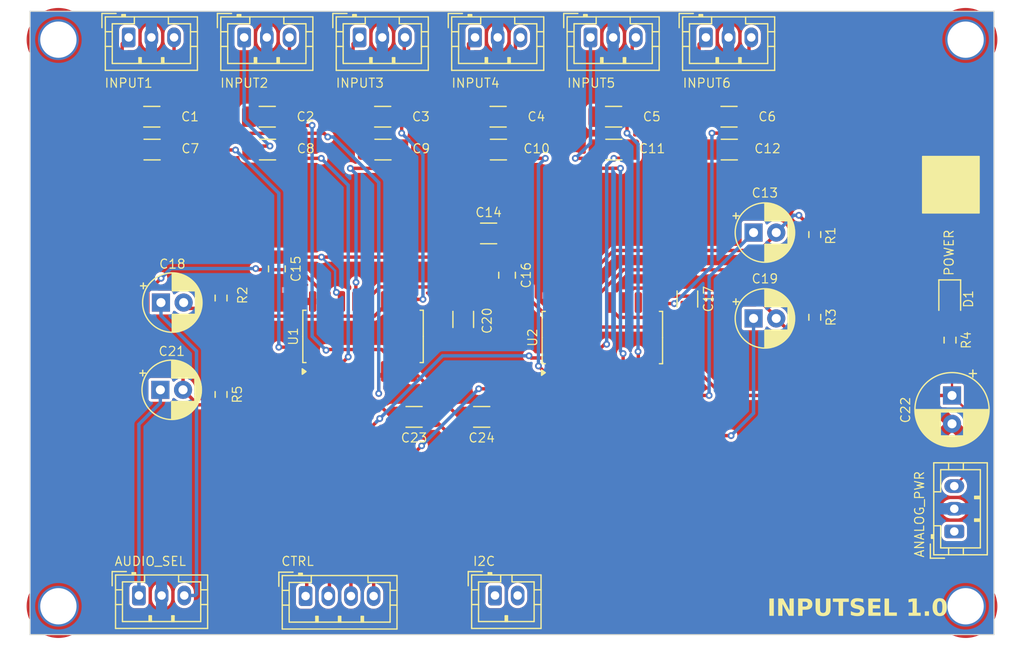
<source format=kicad_pcb>
(kicad_pcb (version 20240108) (generator "pcbnew") (generator_version "8.0")
  (layers (0 "F.Cu" mixed) (31 "B.Cu" mixed) (34 "B.Paste" user) (35 "F.Paste" user) (36 "B.SilkS" user "B.Silkscreen") (37 "F.SilkS" user "F.Silkscreen") (38 "B.Mask" user) (39 "F.Mask" user) (44 "Edge.Cuts" user))
  (net 0 "")
  (net 1 "GND")
  (net 2 "AGND")
  (net 3 "RCA1_L")
  (net 4 "RCA1_R")
  (net 5 "RCA2_L")
  (net 6 "RCA2_R")
  (net 7 "RCA3_L")
  (net 8 "RCA4_L")
  (net 9 "RCA4_R")
  (net 10 "RCA3_R")
  (net 11 "V-")
  (net 12 "V+")
  (net 13 "RCA5_L")
  (net 14 "RCA6_L")
  (net 15 "RCA6_R")
  (net 16 "RCA5_R")
  (net 17 "Net-(U2-IN1L)")
  (net 18 "Net-(U2-IN1R)")
  (net 19 "Net-(U2-IN2L)")
  (net 20 "Net-(U2-IN2R)")
  (net 21 "Net-(U2-IN3L)")
  (net 22 "Net-(U2-IN3R)")
  (net 23 "SDA")
  (net 24 "SCL")
  (net 25 "CTRL2")
  (net 26 "CTRL1")
  (net 27 "OUT_R")
  (net 28 "OUT_L")
  (net 29 "EXPAND_L")
  (net 30 "EXPAND_R")
  (net 31 "Net-(U2-VREF)")
  (net 32 "CTRL3")
  (net 33 "CTRL4")
  (net 34 "Net-(U2-OUTL)")
  (net 35 "Net-(U2-OUTR)")
  (net 36 "Net-(U1-IN1R)")
  (net 37 "Net-(U1-IN2R)")
  (net 38 "Net-(U1-IN3R)")
  (net 39 "Net-(U1-IN1L)")
  (net 40 "Net-(U1-IN2L)")
  (net 41 "Net-(U1-IN3L)")
  (net 42 "Net-(U1-VREF)")
  (net 43 "Net-(U1-OUTR)")
  (net 44 "Net-(C24-Pad2)")
  (net 45 "Net-(C23-Pad2)")
  (net 46 "Net-(U1-OUTL)")
  (net 47 "Net-(D1-A)")
  (footprint "Capacitor_THT:CP_Radial_D5.0mm_P2.00mm" (layer "F.Cu") (at 97.9813 86.865)
    (property "Reference" "C18" (at 1.0078 -3.4 0) (layer "F.SilkS") (effects (font (size 0.8 0.8) (thickness 0.1))))
    (property "Value" "4.7u 35V Nichicon Muse")
    (pad "1" thru_hole rect (at 0 0) (size 1.6 1.6) (drill 0.8) (layers "*.Cu" "*.Mask") (net 27 "OUT_R"))
    (pad "2" thru_hole circle (at 2 0) (size 1.6 1.6) (drill 0.8) (layers "*.Cu" "*.Mask") (net 43 "Net-(U1-OUTR)"))
  )
  (footprint "Resistor_SMD:R_0603_1608Metric_Pad0.98x0.95mm_HandSolder" (layer "F.Cu") (at 103.2813 86.465 -90)
    (property "Reference" "R2" (at -0.247349 -1.9 90) (layer "F.SilkS") (effects (font (size 0.8 0.8) (thickness 0.1))))
    (property "Value" "100K")
    (pad "1" smd roundrect (at -0.9125 0 270) (size 0.975 0.95) (layers "F.Cu" "F.Paste" "F.Mask") (net 1 "GND"))
    (pad "2" smd roundrect (at 0.9125 0 270) (size 0.975 0.95) (layers "F.Cu" "F.Paste" "F.Mask") (net 43 "Net-(U1-OUTR)"))
  )
  (footprint "MountingHole:MountingHole_3.2mm_M3_DIN965_Pad_TopOnly" (layer "F.Cu") (at 168.9364 113.665)
    (property "Reference" "H4" (hide yes))
    (property "Value" "MountingHole")
    (pad "1" thru_hole circle (at 0 0) (size 3.6 3.6) (drill 3.2) (layers "*.Cu" "*.Mask"))
    (pad "1" connect circle (at 0 0) (size 5.6 5.6) (layers "F.Cu" "F.Mask"))
  )
  (footprint "Capacitor_SMD:C_1206_3216Metric_Pad1.33x1.80mm_HandSolder" (layer "F.Cu") (at 144.4014 86.5525 -90)
    (property "Reference" "C17" (at 0 -1.85 90) (layer "F.SilkS") (effects (font (size 0.8 0.8) (thickness 0.1))))
    (property "Value" "10U")
    (pad "1" smd roundrect (at -1.5625 0 270) (size 1.325 1.8) (layers "F.Cu" "F.Paste" "F.Mask") (roundrect_rratio 0.188679) (net 1 "GND"))
    (pad "2" smd roundrect (at 1.5625 0 270) (size 1.325 1.8) (layers "F.Cu" "F.Paste" "F.Mask") (roundrect_rratio 0.188679) (net 31 "Net-(U2-VREF)"))
  )
  (footprint "Capacitor_SMD:C_0805_2012Metric_Pad1.18x1.45mm_HandSolder" (layer "F.Cu") (at 108.2014 83.89 -90)
    (property "Reference" "C15" (at 0 -1.68 90) (layer "F.SilkS") (effects (font (size 0.8 0.8) (thickness 0.1))))
    (property "Value" "0.1u")
    (pad "1" smd roundrect (at -1.0375 0 270) (size 1.175 1.45) (layers "F.Cu" "F.Paste" "F.Mask") (roundrect_rratio 0.212766) (net 12 "V+"))
    (pad "2" smd roundrect (at 1.0375 0 270) (size 1.175 1.45) (layers "F.Cu" "F.Paste" "F.Mask") (roundrect_rratio 0.212766) (net 1 "GND"))
  )
  (footprint "Capacitor_SMD:C_1206_3216Metric_Pad1.33x1.80mm_HandSolder" (layer "F.Cu") (at 117.5589 73.365)
    (property "Reference" "C9" (at 3.37 -0.083837 0) (layer "F.SilkS") (effects (font (size 0.8 0.8) (thickness 0.1))))
    (property "Value" "0.1u 50V C0G")
    (pad "1" smd roundrect (at -1.5625 0) (size 1.325 1.8) (layers "F.Cu" "F.Paste" "F.Mask") (roundrect_rratio 0.188679) (net 7 "RCA3_L"))
    (pad "2" smd roundrect (at 1.5625 0) (size 1.325 1.8) (layers "F.Cu" "F.Paste" "F.Mask") (roundrect_rratio 0.188679) (net 41 "Net-(U1-IN3L)"))
  )
  (footprint "Resistor_SMD:R_0603_1608Metric_Pad0.98x0.95mm_HandSolder" (layer "F.Cu") (at 155.6364 80.865 90)
    (property "Reference" "R1" (at -0.1 1.4 90) (layer "F.SilkS") (effects (font (size 0.8 0.8) (thickness 0.1))))
    (property "Value" "100K")
    (pad "1" smd roundrect (at -0.9125 0 90) (size 0.975 0.95) (layers "F.Cu" "F.Paste" "F.Mask") (net 1 "GND"))
    (pad "2" smd roundrect (at 0.9125 0 90) (size 0.975 0.95) (layers "F.Cu" "F.Paste" "F.Mask") (net 34 "Net-(U2-OUTL)"))
  )
  (footprint "Capacitor_SMD:C_1206_3216Metric_Pad1.33x1.80mm_HandSolder" (layer "F.Cu") (at 117.5339 70.465)
    (property "Reference" "C3" (at 3.37 0 0) (layer "F.SilkS") (effects (font (size 0.8 0.8) (thickness 0.1))))
    (property "Value" "0.1u 50V C0G")
    (pad "1" smd roundrect (at -1.5625 0) (size 1.325 1.8) (layers "F.Cu" "F.Paste" "F.Mask") (roundrect_rratio 0.188679) (net 10 "RCA3_R"))
    (pad "2" smd roundrect (at 1.5625 0) (size 1.325 1.8) (layers "F.Cu" "F.Paste" "F.Mask") (roundrect_rratio 0.188679) (net 38 "Net-(U1-IN3R)"))
  )
  (footprint "Connector_JST:JST_PH_B3B-PH-K_1x03_P2.00mm_Vertical" (layer "F.Cu") (at 115.4964 63.465)
    (property "Reference" "J3" (hide yes))
    (property "Value" "Conn_01x03_Pin")
    (pad "1" thru_hole roundrect (at 0 0) (size 1.2 1.75) (drill 0.75) (layers "*.Cu" "*.Mask") (roundrect_rratio 0.2083333333) (net 7 "RCA3_L"))
    (pad "2" thru_hole oval (at 2 0) (size 1.2 1.75) (drill 0.75) (layers "*.Cu" "*.Mask") (net 2 "AGND"))
    (pad "3" thru_hole oval (at 4 0) (size 1.2 1.75) (drill 0.75) (layers "*.Cu" "*.Mask") (net 10 "RCA3_R"))
  )
  (footprint "Capacitor_SMD:C_1206_3216Metric_Pad1.33x1.80mm_HandSolder" (layer "F.Cu") (at 107.3539 70.465)
    (property "Reference" "C2" (at 3.37 0 0) (layer "F.SilkS") (effects (font (size 0.8 0.8) (thickness 0.1))))
    (property "Value" "0.1u 50V C0G")
    (pad "1" smd roundrect (at -1.5625 0) (size 1.325 1.8) (layers "F.Cu" "F.Paste" "F.Mask") (roundrect_rratio 0.188679) (net 6 "RCA2_R"))
    (pad "2" smd roundrect (at 1.5625 0) (size 1.325 1.8) (layers "F.Cu" "F.Paste" "F.Mask") (roundrect_rratio 0.188679) (net 37 "Net-(U1-IN2R)"))
  )
  (footprint "Capacitor_SMD:C_1206_3216Metric_Pad1.33x1.80mm_HandSolder" (layer "F.Cu") (at 148.0989 73.365)
    (property "Reference" "C12" (at 3.37 -0.083837 0) (layer "F.SilkS") (effects (font (size 0.8 0.8) (thickness 0.1))))
    (property "Value" "0.1u 50V C0G")
    (pad "1" smd roundrect (at -1.5625 0) (size 1.325 1.8) (layers "F.Cu" "F.Paste" "F.Mask") (roundrect_rratio 0.188679) (net 14 "RCA6_L"))
    (pad "2" smd roundrect (at 1.5625 0) (size 1.325 1.8) (layers "F.Cu" "F.Paste" "F.Mask") (roundrect_rratio 0.188679) (net 21 "Net-(U2-IN3L)"))
  )
  (footprint "Capacitor_THT:CP_Radial_D5.0mm_P2.00mm" (layer "F.Cu") (at 150.2364 88.265)
    (property "Reference" "C19" (at 1 -3.5 0) (layer "F.SilkS") (effects (font (size 0.8 0.8) (thickness 0.1))))
    (property "Value" "4.7u 35V Nichicon Muse")
    (pad "1" thru_hole rect (at 0 0) (size 1.6 1.6) (drill 0.8) (layers "*.Cu" "*.Mask") (net 30 "EXPAND_R"))
    (pad "2" thru_hole circle (at 2 0) (size 1.6 1.6) (drill 0.8) (layers "*.Cu" "*.Mask") (net 35 "Net-(U2-OUTR)"))
  )
  (footprint "Connector_JST:JST_PH_B3B-PH-K_1x03_P2.00mm_Vertical" (layer "F.Cu") (at 135.8564 63.465)
    (property "Reference" "J5" (hide yes))
    (property "Value" "Conn_01x03_Pin")
    (pad "1" thru_hole roundrect (at 0 0) (size 1.2 1.75) (drill 0.75) (layers "*.Cu" "*.Mask") (roundrect_rratio 0.208333) (net 13 "RCA5_L"))
    (pad "2" thru_hole oval (at 2 0) (size 1.2 1.75) (drill 0.75) (layers "*.Cu" "*.Mask") (net 2 "AGND"))
    (pad "3" thru_hole oval (at 4 0) (size 1.2 1.75) (drill 0.75) (layers "*.Cu" "*.Mask") (net 16 "RCA5_R"))
  )
  (footprint "Capacitor_SMD:C_1206_3216Metric_Pad1.33x1.80mm_HandSolder" (layer "F.Cu") (at 126.8739 80.765)
    (property "Reference" "C14" (at 0 -1.85 0) (layer "F.SilkS") (effects (font (size 0.8 0.8) (thickness 0.1))))
    (property "Value" "10U")
    (pad "1" smd roundrect (at -1.5625 0) (size 1.325 1.8) (layers "F.Cu" "F.Paste" "F.Mask") (roundrect_rratio 0.188679) (net 12 "V+"))
    (pad "2" smd roundrect (at 1.5625 0) (size 1.325 1.8) (layers "F.Cu" "F.Paste" "F.Mask") (roundrect_rratio 0.188679) (net 1 "GND"))
  )
  (footprint "Capacitor_SMD:C_1206_3216Metric_Pad1.33x1.80mm_HandSolder" (layer "F.Cu") (at 97.1989 73.365)
    (property "Reference" "C7" (at 3.37 -0.083837 0) (layer "F.SilkS") (effects (font (size 0.8 0.8) (thickness 0.1))))
    (property "Value" "0.1u 50V C0G")
    (pad "1" smd roundrect (at -1.5625 0) (size 1.325 1.8) (layers "F.Cu" "F.Paste" "F.Mask") (roundrect_rratio 0.188679) (net 3 "RCA1_L"))
    (pad "2" smd roundrect (at 1.5625 0) (size 1.325 1.8) (layers "F.Cu" "F.Paste" "F.Mask") (roundrect_rratio 0.188679) (net 39 "Net-(U1-IN1L)"))
  )
  (footprint "MountingHole:MountingHole_3.2mm_M3_DIN965_Pad_TopOnly" (layer "F.Cu") (at 88.9364 63.665)
    (property "Reference" "H1" (hide yes))
    (property "Value" "MountingHole")
    (pad "1" thru_hole circle (at 0 0) (size 3.6 3.6) (drill 3.2) (layers "*.Cu" "*.Mask"))
    (pad "1" connect circle (at 0 0) (size 5.6 5.6) (layers "F.Cu" "F.Mask"))
  )
  (footprint "Capacitor_SMD:C_1206_3216Metric_Pad1.33x1.80mm_HandSolder" (layer "F.Cu") (at 127.7389 73.365)
    (property "Reference" "C10" (at 3.37 -0.083837 0) (layer "F.SilkS") (effects (font (size 0.8 0.8) (thickness 0.1))))
    (property "Value" "0.1u 50V C0G")
    (pad "1" smd roundrect (at -1.5625 0) (size 1.325 1.8) (layers "F.Cu" "F.Paste" "F.Mask") (roundrect_rratio 0.188679) (net 8 "RCA4_L"))
    (pad "2" smd roundrect (at 1.5625 0) (size 1.325 1.8) (layers "F.Cu" "F.Paste" "F.Mask") (roundrect_rratio 0.188679) (net 17 "Net-(U2-IN1L)"))
  )
  (footprint "Capacitor_SMD:C_1206_3216Metric_Pad1.33x1.80mm_HandSolder" (layer "F.Cu") (at 148.0739 70.465)
    (property "Reference" "C6" (at 3.37 0 0) (layer "F.SilkS") (effects (font (size 0.8 0.8) (thickness 0.1))))
    (property "Value" "0.1u 50V C0G")
    (pad "1" smd roundrect (at -1.5625 0) (size 1.325 1.8) (layers "F.Cu" "F.Paste" "F.Mask") (roundrect_rratio 0.188679) (net 15 "RCA6_R"))
    (pad "2" smd roundrect (at 1.5625 0) (size 1.325 1.8) (layers "F.Cu" "F.Paste" "F.Mask") (roundrect_rratio 0.188679) (net 22 "Net-(U2-IN3R)"))
  )
  (footprint "Connector_JST:JST_PH_B3B-PH-K_1x03_P2.00mm_Vertical" (layer "F.Cu") (at 105.3164 63.465)
    (property "Reference" "J2" (hide yes))
    (property "Value" "Conn_01x03_Pin")
    (pad "1" thru_hole roundrect (at 0 0) (size 1.2 1.75) (drill 0.75) (layers "*.Cu" "*.Mask") (roundrect_rratio 0.2083333333) (net 5 "RCA2_L"))
    (pad "2" thru_hole oval (at 2 0) (size 1.2 1.75) (drill 0.75) (layers "*.Cu" "*.Mask") (net 2 "AGND"))
    (pad "3" thru_hole oval (at 4 0) (size 1.2 1.75) (drill 0.75) (layers "*.Cu" "*.Mask") (net 6 "RCA2_R"))
  )
  (footprint "Connector_JST:JST_PH_B3B-PH-K_1x03_P2.00mm_Vertical" (layer "F.Cu") (at 95.1364 63.465)
    (property "Reference" "J1" (hide yes))
    (property "Value" "Conn_01x03_Pin")
    (pad "1" thru_hole roundrect (at 0 0) (size 1.2 1.75) (drill 0.75) (layers "*.Cu" "*.Mask") (roundrect_rratio 0.2083333333) (net 3 "RCA1_L"))
    (pad "2" thru_hole oval (at 2 0) (size 1.2 1.75) (drill 0.75) (layers "*.Cu" "*.Mask") (net 2 "AGND"))
    (pad "3" thru_hole oval (at 4 0) (size 1.2 1.75) (drill 0.75) (layers "*.Cu" "*.Mask") (net 4 "RCA1_R"))
  )
  (footprint "Capacitor_SMD:C_1206_3216Metric_Pad1.33x1.80mm_HandSolder" (layer "F.Cu") (at 120.3014 96.9525 180)
    (property "Reference" "C23" (at 0 -1.85 0) (layer "F.SilkS") (effects (font (size 0.8 0.8) (thickness 0.1))))
    (property "Value" "0.1u 50V C0G")
    (pad "1" smd roundrect (at -1.5625 0 180) (size 1.325 1.8) (layers "F.Cu" "F.Paste" "F.Mask") (roundrect_rratio 0.188679) (net 29 "EXPAND_L"))
    (pad "2" smd roundrect (at 1.5625 0 180) (size 1.325 1.8) (layers "F.Cu" "F.Paste" "F.Mask") (roundrect_rratio 0.188679) (net 45 "Net-(C23-Pad2)"))
  )
  (footprint "Resistor_SMD:R_0603_1608Metric_Pad0.98x0.95mm_HandSolder" (layer "F.Cu") (at 103.2813 94.9775 -90)
    (property "Reference" "R5" (at 0 -1.43 90) (layer "F.SilkS") (effects (font (size 0.8 0.8) (thickness 0.1))))
    (property "Value" "100K")
    (pad "1" smd roundrect (at -0.9125 0 270) (size 0.975 0.95) (layers "F.Cu" "F.Paste" "F.Mask") (net 1 "GND"))
    (pad "2" smd roundrect (at 0.9125 0 270) (size 0.975 0.95) (layers "F.Cu" "F.Paste" "F.Mask") (net 46 "Net-(U1-OUTL)"))
  )
  (footprint "Connector_JST:JST_PH_B3B-PH-K_1x03_P2.00mm_Vertical" (layer "F.Cu") (at 96.0364 112.715)
    (property "Reference" "J8" (hide yes))
    (property "Value" "Conn_01x03_Pin")
    (pad "1" thru_hole roundrect (at 0 0) (size 1.2 1.75) (drill 0.75) (layers "*.Cu" "*.Mask") (roundrect_rratio 0.208333) (net 28 "OUT_L"))
    (pad "2" thru_hole oval (at 2 0) (size 1.2 1.75) (drill 0.75) (layers "*.Cu" "*.Mask") (net 2 "AGND"))
    (pad "3" thru_hole oval (at 4 0) (size 1.2 1.75) (drill 0.75) (layers "*.Cu" "*.Mask") (net 27 "OUT_R"))
  )
  (footprint "Capacitor_SMD:C_0805_2012Metric_Pad1.18x1.45mm_HandSolder" (layer "F.Cu") (at 128.5014 84.4525 -90)
    (property "Reference" "C16" (at 0 -1.68 90) (layer "F.SilkS") (effects (font (size 0.8 0.8) (thickness 0.1))))
    (property "Value" "0.1u")
    (pad "1" smd roundrect (at -1.0375 0 270) (size 1.175 1.45) (layers "F.Cu" "F.Paste" "F.Mask") (roundrect_rratio 0.212766) (net 12 "V+"))
    (pad "2" smd roundrect (at 1.0375 0 270) (size 1.175 1.45) (layers "F.Cu" "F.Paste" "F.Mask") (roundrect_rratio 0.212766) (net 1 "GND"))
  )
  (footprint "Capacitor_SMD:C_1206_3216Metric_Pad1.33x1.80mm_HandSolder" (layer "F.Cu") (at 137.9189 73.365)
    (property "Reference" "C11" (at 3.37 -0.083837 0) (layer "F.SilkS") (effects (font (size 0.8 0.8) (thickness 0.1))))
    (property "Value" "0.1u 50V C0G")
    (pad "1" smd roundrect (at -1.5625 0) (size 1.325 1.8) (layers "F.Cu" "F.Paste" "F.Mask") (roundrect_rratio 0.188679) (net 13 "RCA5_L"))
    (pad "2" smd roundrect (at 1.5625 0) (size 1.325 1.8) (layers "F.Cu" "F.Paste" "F.Mask") (roundrect_rratio 0.188679) (net 19 "Net-(U2-IN2L)"))
  )
  (footprint "Capacitor_SMD:C_1206_3216Metric_Pad1.33x1.80mm_HandSolder" (layer "F.Cu") (at 127.7139 70.465)
    (property "Reference" "C4" (at 3.37 0 0) (layer "F.SilkS") (effects (font (size 0.8 0.8) (thickness 0.1))))
    (property "Value" "0.1u 50V C0G")
    (pad "1" smd roundrect (at -1.5625 0) (size 1.325 1.8) (layers "F.Cu" "F.Paste" "F.Mask") (roundrect_rratio 0.188679) (net 9 "RCA4_R"))
    (pad "2" smd roundrect (at 1.5625 0) (size 1.325 1.8) (layers "F.Cu" "F.Paste" "F.Mask") (roundrect_rratio 0.188679) (net 18 "Net-(U2-IN1R)"))
  )
  (footprint "Capacitor_SMD:C_1206_3216Metric_Pad1.33x1.80mm_HandSolder" (layer "F.Cu") (at 97.1739 70.465)
    (property "Reference" "C1" (at 3.37 0 0) (layer "F.SilkS") (effects (font (size 0.8 0.8) (thickness 0.1))))
    (property "Value" "0.1u 50V C0G")
    (pad "1" smd roundrect (at -1.5625 0) (size 1.325 1.8) (layers "F.Cu" "F.Paste" "F.Mask") (roundrect_rratio 0.188679) (net 4 "RCA1_R"))
    (pad "2" smd roundrect (at 1.5625 0) (size 1.325 1.8) (layers "F.Cu" "F.Paste" "F.Mask") (roundrect_rratio 0.188679) (net 36 "Net-(U1-IN1R)"))
  )
  (footprint "Resistor_SMD:R_0603_1608Metric_Pad0.98x0.95mm_HandSolder" (layer "F.Cu") (at 155.6364 88.165 -90)
    (property "Reference" "R3" (at 0 -1.43 90) (layer "F.SilkS") (effects (font (size 0.8 0.8) (thickness 0.1))))
    (property "Value" "100K")
    (pad "1" smd roundrect (at -0.9125 0 270) (size 0.975 0.95) (layers "F.Cu" "F.Paste" "F.Mask") (net 1 "GND"))
    (pad "2" smd roundrect (at 0.9125 0 270) (size 0.975 0.95) (layers "F.Cu" "F.Paste" "F.Mask") (net 35 "Net-(U2-OUTR)"))
  )
  (footprint "Capacitor_THT:CP_Radial_D5.0mm_P2.00mm" (layer "F.Cu") (at 150.2364 80.6886)
    (property "Reference" "C13" (at 1 -3.5 0) (layer "F.SilkS") (effects (font (size 0.8 0.8) (thickness 0.1))))
    (property "Value" "4.7u 35V Nichicon Muse")
    (pad "1" thru_hole rect (at 0 0) (size 1.6 1.6) (drill 0.8) (layers "*.Cu" "*.Mask") (net 29 "EXPAND_L"))
    (pad "2" thru_hole circle (at 2 0) (size 1.6 1.6) (drill 0.8) (layers "*.Cu" "*.Mask") (net 34 "Net-(U2-OUTL)"))
  )
  (footprint "Resistor_SMD:R_0603_1608Metric_Pad0.98x0.95mm_HandSolder" (layer "F.Cu") (at 167.5614 90.18 -90)
    (property "Reference" "R4" (at 0 -1.43 90) (layer "F.SilkS") (effects (font (size 0.8 0.8) (thickness 0.1))))
    (property "Value" "75R")
    (pad "1" smd roundrect (at -0.9125 0 270) (size 0.975 0.95) (layers "F.Cu" "F.Paste" "F.Mask") (net 47 "Net-(D1-A)"))
    (pad "2" smd roundrect (at 0.9125 0 270) (size 0.975 0.95) (layers "F.Cu" "F.Paste" "F.Mask") (net 12 "V+"))
  )
  (footprint "Package_SO:SOP-16_4.4x10.4mm_P1.27mm" (layer "F.Cu") (at 136.9014 89.9525 90)
    (property "Reference" "U2" (at 0 -6.15 90) (layer "F.SilkS") (effects (font (size 0.8 0.8) (thickness 0.1))))
    (property "Value" "NJM2750")
    (pad "1" smd roundrect (at -3.0875 -4.445 90) (size 1.825 0.65) (layers "F.Cu" "F.Paste" "F.Mask") (net 17 "Net-(U2-IN1L)"))
    (pad "2" smd roundrect (at -3.0875 -3.175 90) (size 1.825 0.65) (layers "F.Cu" "F.Paste" "F.Mask") (net 32 "CTRL3"))
    (pad "3" smd roundrect (at -3.0875 -1.905 90) (size 1.825 0.65) (layers "F.Cu" "F.Paste" "F.Mask") (net 19 "Net-(U2-IN2L)"))
    (pad "4" smd roundrect (at -3.0875 -0.635 90) (size 1.825 0.65) (layers "F.Cu" "F.Paste" "F.Mask") (net 33 "CTRL4"))
    (pad "5" smd roundrect (at -3.0875 0.635 90) (size 1.825 0.65) (layers "F.Cu" "F.Paste" "F.Mask") (net 1 "GND"))
    (pad "6" smd roundrect (at -3.0875 1.905 90) (size 1.825 0.65) (layers "F.Cu" "F.Paste" "F.Mask") (net 18 "Net-(U2-IN1R)"))
    (pad "7" smd roundrect (at -3.0875 3.175 90) (size 1.825 0.65) (layers "F.Cu" "F.Paste" "F.Mask") (net 20 "Net-(U2-IN2R)"))
    (pad "8" smd roundrect (at -3.0875 4.445 90) (size 1.825 0.65) (layers "F.Cu" "F.Paste" "F.Mask") (net 1 "GND"))
    (pad "9" smd roundrect (at 3.0875 4.445 90) (size 1.825 0.65) (layers "F.Cu" "F.Paste" "F.Mask") (net 22 "Net-(U2-IN3R)"))
    (pad "10" smd roundrect (at 3.0875 3.175 90) (size 1.825 0.65) (layers "F.Cu" "F.Paste" "F.Mask"))
    (pad "11" smd roundrect (at 3.0875 1.905 90) (size 1.825 0.65) (layers "F.Cu" "F.Paste" "F.Mask") (net 35 "Net-(U2-OUTR)"))
    (pad "12" smd roundrect (at 3.0875 0.635 90) (size 1.825 0.65) (layers "F.Cu" "F.Paste" "F.Mask") (net 31 "Net-(U2-VREF)"))
    (pad "13" smd roundrect (at 3.0875 -0.635 90) (size 1.825 0.65) (layers "F.Cu" "F.Paste" "F.Mask") (net 21 "Net-(U2-IN3L)"))
    (pad "14" smd roundrect (at 3.0875 -1.905 90) (size 1.825 0.65) (layers "F.Cu" "F.Paste" "F.Mask") (net 12 "V+"))
    (pad "15" smd roundrect (at 3.0875 -3.175 90) (size 1.825 0.65) (layers "F.Cu" "F.Paste" "F.Mask") (net 34 "Net-(U2-OUTL)"))
    (pad "16" smd roundrect (at 3.0875 -4.445 90) (size 1.825 0.65) (layers "F.Cu" "F.Paste" "F.Mask") (net 1 "GND"))
  )
  (footprint "Connector_JST:JST_PH_B2B-PH-K_1x02_P2.00mm_Vertical" (layer "F.Cu") (at 127.4364 112.715)
    (property "Reference" "J10" (hide yes))
    (property "Value" "Conn_01x02_Male")
    (pad "1" thru_hole roundrect (at 0 0) (size 1.2 1.75) (drill 0.75) (layers "*.Cu" "*.Mask") (roundrect_rratio 0.2083333333) (net 24 "SCL"))
    (pad "2" thru_hole oval (at 2 0) (size 1.2 1.75) (drill 0.75) (layers "*.Cu" "*.Mask") (net 23 "SDA"))
  )
  (footprint "MountingHole:MountingHole_3.2mm_M3_DIN965_Pad_TopOnly" (layer "F.Cu") (at 88.9364 113.665)
    (property "Reference" "H3" (hide yes))
    (property "Value" "MountingHole")
    (pad "1" thru_hole circle (at 0 0) (size 3.6 3.6) (drill 3.2) (layers "*.Cu" "*.Mask"))
    (pad "1" connect circle (at 0 0) (size 5.6 5.6) (layers "F.Cu" "F.Mask"))
  )
  (footprint "Capacitor_THT:CP_Radial_D5.0mm_P2.00mm" (layer "F.Cu") (at 97.9286 94.565)
    (property "Reference" "C21" (at 1.0078 -3.4 0) (layer "F.SilkS") (effects (font (size 0.8 0.8) (thickness 0.1))))
    (property "Value" "4.7u 35V Nichicon Muse")
    (pad "1" thru_hole rect (at 0 0) (size 1.6 1.6) (drill 0.8) (layers "*.Cu" "*.Mask") (net 28 "OUT_L"))
    (pad "2" thru_hole circle (at 2 0) (size 1.6 1.6) (drill 0.8) (layers "*.Cu" "*.Mask") (net 46 "Net-(U1-OUTL)"))
  )
  (footprint "Connector_JST:JST_PH_B4B-PH-K_1x04_P2.00mm_Vertical" (layer "F.Cu") (at 110.7364 112.765)
    (property "Reference" "J9" (hide yes))
    (property "Value" "Conn_01x04_Pin")
    (pad "1" thru_hole roundrect (at 0 0) (size 1.2 1.75) (drill 0.75) (layers "*.Cu" "*.Mask") (roundrect_rratio 0.208333) (net 26 "CTRL1"))
    (pad "2" thru_hole oval (at 2 0) (size 1.2 1.75) (drill 0.75) (layers "*.Cu" "*.Mask") (net 25 "CTRL2"))
    (pad "3" thru_hole oval (at 4 0) (size 1.2 1.75) (drill 0.75) (layers "*.Cu" "*.Mask") (net 32 "CTRL3"))
    (pad "4" thru_hole oval (at 6 0) (size 1.2 1.75) (drill 0.75) (layers "*.Cu" "*.Mask") (net 33 "CTRL4"))
  )
  (footprint "MountingHole:MountingHole_3.2mm_M3_DIN965_Pad_TopOnly" (layer "F.Cu") (at 168.9364 63.665)
    (property "Reference" "H2" (hide yes))
    (property "Value" "MountingHole")
    (pad "1" thru_hole circle (at 0 0) (size 3.6 3.6) (drill 3.2) (layers "*.Cu" "*.Mask"))
    (pad "1" connect circle (at 0 0) (size 5.6 5.6) (layers "F.Cu" "F.Mask"))
  )
  (footprint "Connector_JST:JST_PH_B3B-PH-K_1x03_P2.00mm_Vertical" (layer "F.Cu") (at 146.0364 63.465)
    (property "Reference" "J6" (hide yes))
    (property "Value" "Conn_01x03_Pin")
    (pad "1" thru_hole roundrect (at 0 0) (size 1.2 1.75) (drill 0.75) (layers "*.Cu" "*.Mask") (roundrect_rratio 0.208333) (net 14 "RCA6_L"))
    (pad "2" thru_hole oval (at 2 0) (size 1.2 1.75) (drill 0.75) (layers "*.Cu" "*.Mask") (net 2 "AGND"))
    (pad "3" thru_hole oval (at 4 0) (size 1.2 1.75) (drill 0.75) (layers "*.Cu" "*.Mask") (net 15 "RCA6_R"))
  )
  (footprint "LED_SMD:LED_0805_2012Metric" (layer "F.Cu") (at 167.5364 86.55 -90)
    (property "Reference" "D1" (at 0 -1.65 90) (layer "F.SilkS") (effects (font (size 0.8 0.8) (thickness 0.1))))
    (property "Value" "RED")
    (pad "1" smd roundrect (at -0.9375 0 270) (size 0.975 1.4) (layers "F.Cu" "F.Paste" "F.Mask") (net 1 "GND"))
    (pad "2" smd roundrect (at 0.9375 0 270) (size 0.975 1.4) (layers "F.Cu" "F.Paste" "F.Mask") (net 47 "Net-(D1-A)"))
  )
  (footprint "Capacitor_SMD:C_1206_3216Metric_Pad1.33x1.80mm_HandSolder" (layer "F.Cu") (at 124.6364 88.3525 90)
    (property "Reference" "C20" (at -0.1125 2.1 90) (layer "F.SilkS") (effects (font (size 0.8 0.8) (thickness 0.1))))
    (property "Value" "10U")
    (pad "1" smd roundrect (at -1.5625 0 90) (size 1.325 1.8) (layers "F.Cu" "F.Paste" "F.Mask") (roundrect_rratio 0.188679) (net 1 "GND"))
    (pad "2" smd roundrect (at 1.5625 0 90) (size 1.325 1.8) (layers "F.Cu" "F.Paste" "F.Mask") (roundrect_rratio 0.188679) (net 42 "Net-(U1-VREF)"))
  )
  (footprint "Capacitor_SMD:C_1206_3216Metric_Pad1.33x1.80mm_HandSolder" (layer "F.Cu") (at 137.8939 70.465)
    (property "Reference" "C5" (at 3.37 0 0) (layer "F.SilkS") (effects (font (size 0.8 0.8) (thickness 0.1))))
    (property "Value" "0.1u 50V C0G")
    (pad "1" smd roundrect (at -1.5625 0) (size 1.325 1.8) (layers "F.Cu" "F.Paste" "F.Mask") (roundrect_rratio 0.188679) (net 16 "RCA5_R"))
    (pad "2" smd roundrect (at 1.5625 0) (size 1.325 1.8) (layers "F.Cu" "F.Paste" "F.Mask") (roundrect_rratio 0.188679) (net 20 "Net-(U2-IN2R)"))
  )
  (footprint "Capacitor_THT:CP_Radial_D6.3mm_P2.50mm" (layer "F.Cu") (at 167.7364 95.065 -90)
    (property "Reference" "C22" (at 1.282379 4.1 90) (layer "F.SilkS") (effects (font (size 0.8 0.8) (thickness 0.1))))
    (property "Value" "470u")
    (pad "1" thru_hole rect (at 0 0 270) (size 1.6 1.6) (drill 0.8) (layers "*.Cu" "*.Mask") (net 12 "V+"))
    (pad "2" thru_hole circle (at 2.5 0 270) (size 1.6 1.6) (drill 0.8) (layers "*.Cu" "*.Mask") (net 1 "GND"))
  )
  (footprint "Capacitor_SMD:C_1206_3216Metric_Pad1.33x1.80mm_HandSolder" (layer "F.Cu") (at 107.3789 73.365)
    (property "Reference" "C8" (at 3.37 -0.083837 0) (layer "F.SilkS") (effects (font (size 0.8 0.8) (thickness 0.1))))
    (property "Value" "0.1u 50V C0G")
    (pad "1" smd roundrect (at -1.5625 0) (size 1.325 1.8) (layers "F.Cu" "F.Paste" "F.Mask") (roundrect_rratio 0.188679) (net 5 "RCA2_L"))
    (pad "2" smd roundrect (at 1.5625 0) (size 1.325 1.8) (layers "F.Cu" "F.Paste" "F.Mask") (roundrect_rratio 0.188679) (net 40 "Net-(U1-IN2L)"))
  )
  (footprint "Connector_JST:JST_PH_B3B-PH-K_1x03_P2.00mm_Vertical" (layer "F.Cu") (at 167.9364 107.065 90)
    (property "Reference" "J7" (hide yes))
    (property "Value" "Conn_01x03_Male")
    (pad "1" thru_hole roundrect (at 0 0 90) (size 1.2 1.75) (drill 0.75) (layers "*.Cu" "*.Mask") (roundrect_rratio 0.2083333333) (net 11 "V-"))
    (pad "2" thru_hole oval (at 2 0 90) (size 1.2 1.75) (drill 0.75) (layers "*.Cu" "*.Mask") (net 2 "AGND"))
    (pad "3" thru_hole oval (at 4 0 90) (size 1.2 1.75) (drill 0.75) (layers "*.Cu" "*.Mask") (net 12 "V+"))
  )
  (footprint "Package_SO:SOP-16_4.4x10.4mm_P1.27mm" (layer "F.Cu") (at 115.8014 89.8525 90)
    (property "Reference" "U1" (at 0 -6.15 90) (layer "F.SilkS") (effects (font (size 0.8 0.8) (thickness 0.1))))
    (property "Value" "NJM2750")
    (pad "1" smd roundrect (at -3.0875 -4.445 90) (size 1.825 0.65) (layers "F.Cu" "F.Paste" "F.Mask") (net 39 "Net-(U1-IN1L)"))
    (pad "2" smd roundrect (at -3.0875 -3.175 90) (size 1.825 0.65) (layers "F.Cu" "F.Paste" "F.Mask") (net 26 "CTRL1"))
    (pad "3" smd roundrect (at -3.0875 -1.905 90) (size 1.825 0.65) (layers "F.Cu" "F.Paste" "F.Mask") (net 40 "Net-(U1-IN2L)"))
    (pad "4" smd roundrect (at -3.0875 -0.635 90) (size 1.825 0.65) (layers "F.Cu" "F.Paste" "F.Mask") (net 25 "CTRL2"))
    (pad "5" smd roundrect (at -3.0875 0.635 90) (size 1.825 0.65) (layers "F.Cu" "F.Paste" "F.Mask") (net 45 "Net-(C23-Pad2)"))
    (pad "6" smd roundrect (at -3.0875 1.905 90) (size 1.825 0.65) (layers "F.Cu" "F.Paste" "F.Mask") (net 36 "Net-(U1-IN1R)"))
    (pad "7" smd roundrect (at -3.0875 3.175 90) (size 1.825 0.65) (layers "F.Cu" "F.Paste" "F.Mask") (net 37 "Net-(U1-IN2R)"))
    (pad "8" smd roundrect (at -3.0875 4.445 90) (size 1.825 0.65) (layers "F.Cu" "F.Paste" "F.Mask") (net 44 "Net-(C24-Pad2)"))
    (pad "9" smd roundrect (at 3.0875 4.445 90) (size 1.825 0.65) (layers "F.Cu" "F.Paste" "F.Mask") (net 38 "Net-(U1-IN3R)"))
    (pad "10" smd roundrect (at 3.0875 3.175 90) (size 1.825 0.65) (layers "F.Cu" "F.Paste" "F.Mask"))
    (pad "11" smd roundrect (at 3.0875 1.905 90) (size 1.825 0.65) (layers "F.Cu" "F.Paste" "F.Mask") (net 43 "Net-(U1-OUTR)"))
    (pad "12" smd roundrect (at 3.0875 0.635 90) (size 1.825 0.65) (layers "F.Cu" "F.Paste" "F.Mask") (net 42 "Net-(U1-VREF)"))
    (pad "13" smd roundrect (at 3.0875 -0.635 90) (size 1.825 0.65) (layers "F.Cu" "F.Paste" "F.Mask") (net 41 "Net-(U1-IN3L)"))
    (pad "14" smd roundrect (at 3.0875 -1.905 90) (size 1.825 0.65) (layers "F.Cu" "F.Paste" "F.Mask") (net 12 "V+"))
    (pad "15" smd roundrect (at 3.0875 -3.175 90) (size 1.825 0.65) (layers "F.Cu" "F.Paste" "F.Mask") (net 46 "Net-(U1-OUTL)"))
    (pad "16" smd roundrect (at 3.0875 -4.445 90) (size 1.825 0.65) (layers "F.Cu" "F.Paste" "F.Mask") (net 1 "GND"))
  )
  (footprint "Connector_JST:JST_PH_B3B-PH-K_1x03_P2.00mm_Vertical" (layer "F.Cu") (at 125.6764 63.465)
    (property "Reference" "J4" (hide yes))
    (property "Value" "Conn_01x03_Pin")
    (pad "1" thru_hole roundrect (at 0 0) (size 1.2 1.75) (drill 0.75) (layers "*.Cu" "*.Mask") (roundrect_rratio 0.2083333333) (net 8 "RCA4_L"))
    (pad "2" thru_hole oval (at 2 0) (size 1.2 1.75) (drill 0.75) (layers "*.Cu" "*.Mask") (net 2 "AGND"))
    (pad "3" thru_hole oval (at 4 0) (size 1.2 1.75) (drill 0.75) (layers "*.Cu" "*.Mask") (net 9 "RCA4_R"))
  )
  (footprint "Capacitor_SMD:C_1206_3216Metric_Pad1.33x1.80mm_HandSolder" (layer "F.Cu") (at 126.2639 96.9525 180)
    (property "Reference" "C24" (at 0 -1.85 0) (layer "F.SilkS") (effects (font (size 0.8 0.8) (thickness 0.1))))
    (property "Value" "0.1u 50V C0G")
    (pad "1" smd roundrect (at -1.5625 0 180) (size 1.325 1.8) (layers "F.Cu" "F.Paste" "F.Mask") (roundrect_rratio 0.188679) (net 30 "EXPAND_R"))
    (pad "2" smd roundrect (at 1.5625 0 180) (size 1.325 1.8) (layers "F.Cu" "F.Paste" "F.Mask") (roundrect_rratio 0.188679) (net 44 "Net-(C24-Pad2)"))
  )
  (gr_rect (start 165.1364 73.965) (end 170.1364 78.965) (stroke (width 0.1)) (fill solid) (layer "F.SilkS"))
  (gr_line (start 171.4364 61.165) (end 171.4364 116.165) (stroke (width 0.1)) (layer "Edge.Cuts"))
  (gr_line (start 86.4364 61.165) (end 86.4364 116.165) (stroke (width 0.1)) (layer "Edge.Cuts"))
  (gr_line (start 171.4364 116.165) (end 86.4364 116.165) (stroke (width 0.1)) (layer "Edge.Cuts"))
  (gr_line (start 86.4364 61.165) (end 171.4364 61.165) (stroke (width 0.1)) (layer "Edge.Cuts"))
  (gr_text "AUDIO_SEL" (at 93.8364 110.165 0) (layer "F.SilkS") (effects (font (size 0.8 0.8) (thickness 0.1)) (justify left bottom)))
  (gr_text "INPUT6\n" (at 143.9364 67.965 0) (layer "F.SilkS") (effects (font (size 0.8 0.8) (thickness 0.1)) (justify left bottom)))
  (gr_text "CTRL" (at 108.5364 110.165 0) (layer "F.SilkS") (effects (font (size 0.8 0.8) (thickness 0.1)) (justify left bottom)))
  (gr_text "POWER" (at 167.9414 84.5725 90) (layer "F.SilkS") (effects (font (size 0.8 0.8) (thickness 0.1)) (justify left bottom)))
  (gr_text "INPUT5\n" (at 133.73974 67.965 0) (layer "F.SilkS") (effects (font (size 0.8 0.8) (thickness 0.1)) (justify left bottom)))
  (gr_text "ANALOG_PWR" (at 165.3364 109.425 90) (layer "F.SilkS") (effects (font (size 0.8 0.8) (thickness 0.1)) (justify left bottom)))
  (gr_text "INPUT4" (at 123.54308 67.965 0) (layer "F.SilkS") (effects (font (size 0.8 0.8) (thickness 0.1)) (justify left bottom)))
  (gr_text "INPUT3" (at 113.34642 67.965 0) (layer "F.SilkS") (effects (font (size 0.8 0.8) (thickness 0.1)) (justify left bottom)))
  (gr_text "INPUTSEL 1.0" (at 151.4364 114.765 0) (layer "F.SilkS") (effects (font (size 1.5 1.5) (thickness 0.1) (bold yes)) (justify left bottom)))
  (gr_text "INPUT2" (at 103.14976 67.965 0) (layer "F.SilkS") (effects (font (size 0.8 0.8) (thickness 0.1)) (justify left bottom)))
  (gr_text "INPUT1" (at 92.9531 67.965 0) (layer "F.SilkS") (effects (font (size 0.8 0.8) (thickness 0.1)) (justify left bottom)))
  (gr_text "I2C" (at 125.4364 110.165 0) (layer "F.SilkS") (effects (font (size 0.8 0.8) (thickness 0.1)) (justify left bottom)))
  (segment (start 94.562 64.0394) (end 94.562 72.2906) (width 0.3) (layer "F.Cu") (net 3))
  (segment (start 94.562 72.2906) (end 95.6364 73.365) (width 0.3) (layer "F.Cu") (net 3))
  (segment (start 95.1364 63.465) (end 94.562 64.0394) (width 0.3) (layer "F.Cu") (net 3))
  (segment (start 99.1364 66.94) (end 95.6114 70.465) (width 0.3) (layer "F.Cu") (net 4))
  (segment (start 99.1364 63.465) (end 99.1364 66.94) (width 0.3) (layer "F.Cu") (net 4))
  (segment (start 107.5902 73.0563) (end 106.1251 73.0563) (width 0.3) (layer "F.Cu") (net 5))
  (via (at 107.5902 73.0563) (size 0.6) (drill 0.3) (layers "F.Cu" "B.Cu") (net 5))
  (segment (start 105.3164 70.7825) (end 107.5902 73.0563) (width 0.3) (layer "B.Cu") (net 5))
  (segment (start 105.3164 63.465) (end 105.3164 70.7825) (width 0.3) (layer "B.Cu") (net 5))
  (segment (start 109.3164 63.465) (end 109.3164 66.94) (width 0.3) (layer "F.Cu") (net 6))
  (segment (start 109.3164 66.94) (end 105.7914 70.465) (width 0.3) (layer "F.Cu") (net 6))
  (segment (start 114.922 72.2906) (end 115.9964 73.365) (width 0.3) (layer "F.Cu") (net 7))
  (segment (start 114.922 64.0394) (end 114.922 72.2906) (width 0.3) (layer "F.Cu") (net 7))
  (segment (start 115.4964 63.465) (end 114.922 64.0394) (width 0.3) (layer "F.Cu") (net 7))
  (segment (start 125.6764 63.465) (end 125.102 64.0394) (width 0.3) (layer "F.Cu") (net 8))
  (segment (start 125.102 64.0394) (end 125.102 72.2906) (width 0.3) (layer "F.Cu") (net 8))
  (segment (start 125.102 72.2906) (end 126.1764 73.365) (width 0.3) (layer "F.Cu") (net 8))
  (segment (start 129.6764 63.465) (end 129.2364 63.905) (width 0.3) (layer "F.Cu") (net 9))
  (segment (start 129.2364 63.905) (end 129.2364 67.38) (width 0.3) (layer "F.Cu") (net 9))
  (segment (start 129.2364 67.38) (end 126.1514 70.465) (width 0.3) (layer "F.Cu") (net 9))
  (segment (start 119.4364 63.525) (end 119.4364 67) (width 0.3) (layer "F.Cu") (net 10))
  (segment (start 119.4364 67) (end 115.9714 70.465) (width 0.3) (layer "F.Cu") (net 10))
  (segment (start 130.5301 85.4437) (end 128.5014 83.415) (width 0.3) (layer "F.Cu") (net 12))
  (segment (start 123.2239 82.8525) (end 125.3114 80.765) (width 0.3) (layer "F.Cu") (net 12))
  (segment (start 125.8514 80.765) (end 125.3114 80.765) (width 0.3) (layer "F.Cu") (net 12))
  (segment (start 147.50805 95.065) (end 167.7364 95.065) (width 0.3) (layer "F.Cu") (net 12))
  (segment (start 169.5364 101.465) (end 167.9364 103.065) (width 0.2) (layer "F.Cu") (net 12))
  (segment (start 141.47055 89.0275) (end 147.50805 95.065) (width 0.3) (layer "F.Cu") (net 12))
  (segment (start 134.9964 88.149) (end 132.0854 88.149) (width 0.3) (layer "F.Cu") (net 12))
  (segment (start 130.5301 86.5937) (end 130.5301 85.4437) (width 0.3) (layer "F.Cu") (net 12))
  (segment (start 134.9964 88.149) (end 135.8749 89.0275) (width 0.3) (layer "F.Cu") (net 12))
  (segment (start 112.1364 82.8525) (end 113.8964 82.8525) (width 0.3) (layer "F.Cu") (net 12))
  (segment (start 167.7364 95.065) (end 167.7364 91.2675) (width 0.2) (layer "F.Cu") (net 12))
  (segment (start 135.8749 89.0275) (end 141.47055 89.0275) (width 0.3) (layer "F.Cu") (net 12))
  (segment (start 132.0854 88.149) (end 130.5301 86.5937) (width 0.3) (layer "F.Cu") (net 12))
  (segment (start 113.8964 86.410752) (end 113.450213 85.964565) (width 0.2) (layer "F.Cu") (net 12))
  (segment (start 113.8964 82.8525) (end 123.2239 82.8525) (width 0.3) (layer "F.Cu") (net 12))
  (segment (start 128.5014 83.415) (end 125.8514 80.765) (width 0.3) (layer "F.Cu") (net 12))
  (segment (start 134.9964 88.149) (end 134.9964 86.865) (width 0.3) (layer "F.Cu") (net 12))
  (segment (start 167.7364 95.065) (end 169.5364 96.865) (width 0.2) (layer "F.Cu") (net 12))
  (segment (start 108.2014 82.8525) (end 112.1364 82.8525) (width 0.3) (layer "F.Cu") (net 12))
  (segment (start 113.8964 86.765) (end 113.8964 86.410752) (width 0.2) (layer "F.Cu") (net 12))
  (segment (start 169.5364 96.865) (end 169.5364 101.465) (width 0.2) (layer "F.Cu") (net 12))
  (via (at 112.1364 82.8525) (size 0.6) (drill 0.3) (layers "F.Cu" "B.Cu") (net 12))
  (via (at 113.450213 85.964565) (size 0.6) (drill 0.3) (layers "F.Cu" "B.Cu") (net 12))
  (segment (start 113.3364 85.850752) (end 113.3364 84.0525) (width 0.2) (layer "B.Cu") (net 12))
  (segment (start 113.450213 85.964565) (end 113.3364 85.850752) (width 0.2) (layer "B.Cu") (net 12))
  (segment (start 113.3364 84.0525) (end 112.1364 82.8525) (width 0.2) (layer "B.Cu") (net 12))
  (segment (start 135.5849 74.1365) (end 134.5187 74.1365) (width 0.3) (layer "F.Cu") (net 13))
  (segment (start 136.3564 73.365) (end 135.5849 74.1365) (width 0.3) (layer "F.Cu") (net 13))
  (via (at 134.5187 74.1365) (size 0.6) (drill 0.3) (layers "F.Cu" "B.Cu") (net 13))
  (segment (start 135.8564 63.465) (end 135.8564 72.7988) (width 0.3) (layer "B.Cu") (net 13))
  (segment (start 135.8564 72.7988) (end 134.5187 74.1365) (width 0.3) (layer "B.Cu") (net 13))
  (segment (start 146.0364 63.465) (end 145.4307 64.0707) (width 0.3) (layer "F.Cu") (net 14))
  (segment (start 145.4307 64.0707) (end 145.4307 72.2593) (width 0.3) (layer "F.Cu") (net 14))
  (segment (start 145.4307 72.2593) (end 146.5364 73.365) (width 0.3) (layer "F.Cu") (net 14))
  (segment (start 149.8364 63.665) (end 149.8364 67.14) (width 0.3) (layer "F.Cu") (net 15))
  (segment (start 149.8364 67.14) (end 146.5114 70.465) (width 0.3) (layer "F.Cu") (net 15))
  (segment (start 139.5364 63.785) (end 139.5364 67.26) (width 0.3) (layer "F.Cu") (net 16))
  (segment (start 139.5364 67.26) (end 136.3314 70.465) (width 0.3) (layer "F.Cu") (net 16))
  (segment (start 131.8449 93.04) (end 131.2686 92.4637) (width 0.3) (layer "F.Cu") (net 17))
  (segment (start 131.8754 74.1381) (end 130.0745 74.1381) (width 0.3) (layer "F.Cu") (net 17))
  (segment (start 130.0745 74.1381) (end 129.3014 73.365) (width 0.3) (layer "F.Cu") (net 17))
  (segment (start 132.4564 93.04) (end 131.8449 93.04) (width 0.3) (layer "F.Cu") (net 17))
  (via (at 131.2686 92.4637) (size 0.6) (drill 0.3) (layers "F.Cu" "B.Cu") (net 17))
  (via (at 131.8754 74.1381) (size 0.6) (drill 0.3) (layers "F.Cu" "B.Cu") (net 17))
  (segment (start 131.2686 92.4637) (end 131.2686 74.7449) (width 0.3) (layer "B.Cu") (net 17))
  (segment (start 131.2686 74.7449) (end 131.8754 74.1381) (width 0.3) (layer "B.Cu") (net 17))
  (segment (start 138.7364 92.5534) (end 138.7364 91.365) (width 0.3) (layer "F.Cu") (net 18))
  (segment (start 133.8258 75.0144) (end 138.4996 75.0144) (width 0.3) (layer "F.Cu") (net 18))
  (segment (start 138.8064 92.6234) (end 138.7364 92.5534) (width 0.3) (layer "F.Cu") (net 18))
  (segment (start 129.2764 70.465) (end 133.8258 75.0144) (width 0.3) (layer "F.Cu") (net 18))
  (via (at 138.4996 75.0144) (size 0.6) (drill 0.3) (layers "F.Cu" "B.Cu") (net 18))
  (via (at 138.7364 91.365) (size 0.6) (drill 0.3) (layers "F.Cu" "B.Cu") (net 18))
  (segment (start 138.4996 75.0144) (end 138.4996 91.1282) (width 0.3) (layer "B.Cu") (net 18))
  (segment (start 138.4996 91.1282) (end 138.7364 91.365) (width 0.3) (layer "B.Cu") (net 18))
  (segment (start 137.0968 90.5448) (end 137.2834 90.5448) (width 0.3) (layer "F.Cu") (net 19))
  (segment (start 139.4814 73.365) (end 138.7099 74.1365) (width 0.3) (layer "F.Cu") (net 19))
  (segment (start 138.7099 74.1365) (end 137.9189 74.1365) (width 0.3) (layer "F.Cu") (net 19))
  (segment (start 137.2834 90.5448) (end 137.2834 90.5447) (width 0.3) (layer "F.Cu") (net 19))
  (segment (start 134.9964 92.6452) (end 137.0968 90.5448) (width 0.3) (layer "F.Cu") (net 19))
  (via (at 137.2834 90.5447) (size 0.6) (drill 0.3) (layers "F.Cu" "B.Cu") (net 19))
  (via (at 137.9189 74.1365) (size 0.6) (drill 0.3) (layers "F.Cu" "B.Cu") (net 19))
  (segment (start 137.9189 74.1365) (end 137.2834 74.772) (width 0.3) (layer "B.Cu") (net 19))
  (segment (start 137.2834 74.772) (end 137.2834 90.5447) (width 0.3) (layer "B.Cu") (net 19))
  (segment (start 139.0803 70.8411) (end 139.0803 71.915) (width 0.3) (layer "F.Cu") (net 20))
  (segment (start 140.0764 91.2143) (end 140.0764 93.04) (width 0.3) (layer "F.Cu") (net 20))
  (segment (start 140.0524 91.1903) (end 140.0764 91.2143) (width 0.3) (layer "F.Cu") (net 20))
  (via (at 139.0803 71.915) (size 0.6) (drill 0.3) (layers "F.Cu" "B.Cu") (net 20))
  (via (at 140.0524 91.1903) (size 0.6) (drill 0.3) (layers "F.Cu" "B.Cu") (net 20))
  (segment (start 140.0524 72.8871) (end 139.0803 71.915) (width 0.3) (layer "B.Cu") (net 20))
  (segment (start 140.0524 91.1903) (end 140.0524 72.8871) (width 0.3) (layer "B.Cu") (net 20))
  (segment (start 156.4899 82.2677) (end 156.4899 79.4524) (width 0.3) (layer "F.Cu") (net 21))
  (segment (start 154.7828 83.9748) (end 156.4899 82.2677) (width 0.3) (layer "F.Cu") (net 21))
  (segment (start 136.2664 86.4686) (end 138.7602 83.9748) (width 0.3) (layer "F.Cu") (net 21))
  (segment (start 150.4025 73.365) (end 149.6614 73.365) (width 0.3) (layer "F.Cu") (net 21))
  (segment (start 138.7602 83.9748) (end 154.7828 83.9748) (width 0.3) (layer "F.Cu") (net 21))
  (segment (start 156.4899 79.4524) (end 150.4025 73.365) (width 0.3) (layer "F.Cu") (net 21))
  (segment (start 146.5654 71.915) (end 148.1864 71.915) (width 0.3) (layer "F.Cu") (net 22))
  (segment (start 141.4386 86.9572) (end 143.2503 86.9572) (width 0.3) (layer "F.Cu") (net 22))
  (segment (start 148.1864 71.915) (end 149.6364 70.465) (width 0.3) (layer "F.Cu") (net 22))
  (via (at 146.5654 71.915) (size 0.6) (drill 0.3) (layers "F.Cu" "B.Cu") (net 22))
  (via (at 143.2503 86.9572) (size 0.6) (drill 0.3) (layers "F.Cu" "B.Cu") (net 22))
  (segment (start 146.5654 83.6421) (end 146.5654 71.915) (width 0.3) (layer "B.Cu") (net 22))
  (segment (start 143.2503 86.9572) (end 146.5654 83.6421) (width 0.3) (layer "B.Cu") (net 22))
  (segment (start 112.8364 95.6635) (end 115.1664 93.3335) (width 0.3) (layer "F.Cu") (net 25))
  (segment (start 112.8364 112.665) (end 112.8364 95.6635) (width 0.3) (layer "F.Cu") (net 25))
  (segment (start 110.8364 95.1597) (end 112.6264 93.3697) (width 0.3) (layer "F.Cu") (net 26))
  (segment (start 110.8364 112.665) (end 110.8364 95.1597) (width 0.3) (layer "F.Cu") (net 26))
  (segment (start 97.9813 86.865) (end 97.9813 88.0167) (width 0.3) (layer "B.Cu") (net 27))
  (segment (start 97.9813 88.0167) (end 101.1166 91.152) (width 0.3) (layer "B.Cu") (net 27))
  (segment (start 100.0364 112.715) (end 100.9881 112.715) (width 0.3) (layer "B.Cu") (net 27))
  (segment (start 101.1166 91.152) (end 101.1166 112.5865) (width 0.3) (layer "B.Cu") (net 27))
  (segment (start 101.1166 112.5865) (end 100.9881 112.715) (width 0.3) (layer "B.Cu") (net 27))
  (segment (start 96.0364 97.6089) (end 97.9286 95.7167) (width 0.3) (layer "B.Cu") (net 28))
  (segment (start 96.0364 112.715) (end 96.0364 97.6089) (width 0.3) (layer "B.Cu") (net 28))
  (segment (start 97.9286 94.565) (end 97.9286 95.7167) (width 0.3) (layer "B.Cu") (net 28))
  (segment (start 125.3726 98.2052) (end 126.2639 97.3139) (width 0.3) (layer "F.Cu") (net 29))
  (segment (start 126.2639 96.5594) (end 127.758298 95.065002) (width 0.3) (layer "F.Cu") (net 29))
  (segment (start 123.1166 98.2052) (end 125.3726 98.2052) (width 0.3) (layer "F.Cu") (net 29))
  (segment (start 126.2639 97.3139) (end 126.2639 96.5594) (width 0.3) (layer "F.Cu") (net 29))
  (segment (start 121.8639 96.9525) (end 123.1166 98.2052) (width 0.3) (layer "F.Cu") (net 29))
  (segment (start 127.758298 95.065002) (end 146.3181 95.065002) (width 0.3) (layer "F.Cu") (net 29))
  (via (at 146.3181 95.065002) (size 0.6) (drill 0.3) (layers "F.Cu" "B.Cu") (net 29))
  (segment (start 146.3181 84.6069) (end 146.3181 95.065002) (width 0.3) (layer "B.Cu") (net 29))
  (segment (start 150.2364 80.6886) (end 146.3181 84.6069) (width 0.3) (layer "B.Cu") (net 29))
  (segment (start 129.4836 98.6097) (end 148.2579 98.6097) (width 0.3) (layer "F.Cu") (net 30))
  (segment (start 127.8264 96.9525) (end 129.4836 98.6097) (width 0.3) (layer "F.Cu") (net 30))
  (via (at 148.2579 98.6097) (size 0.6) (drill 0.3) (layers "F.Cu" "B.Cu") (net 30))
  (segment (start 150.2364 96.6312) (end 150.2364 88.265) (width 0.3) (layer "B.Cu") (net 30))
  (segment (start 148.2579 98.6097) (end 150.2364 96.6312) (width 0.3) (layer "B.Cu") (net 30))
  (segment (start 137.5364 87.3192) (end 138.3896 88.1724) (width 0.3) (layer "F.Cu") (net 31))
  (segment (start 138.3896 88.1724) (end 144.344 88.1724) (width 0.3) (layer "F.Cu") (net 31))
  (segment (start 130.6262 91.7548) (end 130.4364 91.565) (width 0.3) (layer "F.Cu") (net 32))
  (segment (start 132.836 91.7548) (end 130.6262 91.7548) (width 0.3) (layer "F.Cu") (net 32))
  (segment (start 133.7264 92.6452) (end 132.836 91.7548) (width 0.3) (layer "F.Cu") (net 32))
  (segment (start 114.7364 99.6416) (end 117.2747 97.1033) (width 0.3) (layer "F.Cu") (net 32))
  (segment (start 114.7364 112.765) (end 114.7364 99.6416) (width 0.3) (layer "F.Cu") (net 32))
  (via (at 130.4364 91.565) (size 0.6) (drill 0.3) (layers "F.Cu" "B.Cu") (net 32))
  (via (at 117.2747 97.1033) (size 0.6) (drill 0.3) (layers "F.Cu" "B.Cu") (net 32))
  (segment (start 130.4364 91.565) (end 122.813 91.565) (width 0.3) (layer "B.Cu") (net 32))
  (segment (start 116.9697 97.4083) (end 122.813 91.565) (width 0.3) (layer "B.Cu") (net 32))
  (segment (start 135.2224 94.4752) (end 125.9994 94.4752) (width 0.3) (layer "F.Cu") (net 33))
  (segment (start 136.2664 93.4312) (end 135.2224 94.4752) (width 0.3) (layer "F.Cu") (net 33))
  (segment (start 116.7364 112.765) (end 116.7364 103.7382) (width 0.3) (layer "F.Cu") (net 33))
  (segment (start 116.7364 103.7382) (end 120.9697 99.5049) (width 0.3) (layer "F.Cu") (net 33))
  (via (at 120.9697 99.5049) (size 0.6) (drill 0.3) (layers "F.Cu" "B.Cu") (net 33))
  (via (at 125.9994 94.4752) (size 0.6) (drill 0.3) (layers "F.Cu" "B.Cu") (net 33))
  (segment (start 125.9994 94.4752) (end 120.9697 99.5049) (width 0.3) (layer "B.Cu") (net 33))
  (segment (start 155.0239 79.9525) (end 154.2364 79.165) (width 0.3) (layer "F.Cu") (net 34))
  (segment (start 133.7264 86.4442) (end 137.9056 82.265) (width 0.3) (layer "F.Cu") (net 34))
  (segment (start 137.9056 82.265) (end 150.7708 82.265) (width 0.3) (layer "F.Cu") (net 34))
  (segment (start 150.7708 82.265) (end 152.2364 80.7994) (width 0.3) (layer "F.Cu") (net 34))
  (segment (start 155.6364 79.9525) (end 155.0239 79.9525) (width 0.3) (layer "F.Cu") (net 34))
  (via (at 154.2364 79.165) (size 0.6) (drill 0.3) (layers "F.Cu" "B.Cu") (net 34))
  (segment (start 154.2364 79.165) (end 153.76 79.165) (width 0.3) (layer "B.Cu") (net 34))
  (segment (start 153.76 79.165) (end 152.2364 80.6886) (width 0.3) (layer "B.Cu") (net 34))
  (segment (start 150.3847 86.3055) (end 152.0624 87.9832) (width 0.3) (layer "F.Cu") (net 35))
  (segment (start 155.6364 89.0775) (end 153.0489 89.0775) (width 0.3) (layer "F.Cu") (net 35))
  (segment (start 139.6822 85.5893) (end 142.2431 85.5893) (width 0.3) (layer "F.Cu") (net 35))
  (segment (start 142.2431 85.5893) (end 142.9593 86.3055) (width 0.3) (layer "F.Cu") (net 35))
  (segment (start 153.0489 89.0775) (end 152.2364 88.265) (width 0.3) (layer "F.Cu") (net 35))
  (segment (start 142.9593 86.3055) (end 150.3847 86.3055) (width 0.3) (layer "F.Cu") (net 35))
  (segment (start 138.8064 86.4651) (end 139.6822 85.5893) (width 0.3) (layer "F.Cu") (net 35))
  (segment (start 112.6901 72.2509) (end 112.3667 71.9275) (width 0.3) (layer "F.Cu") (net 36))
  (segment (start 112.3667 71.9275) (end 100.1989 71.9275) (width 0.3) (layer "F.Cu") (net 36))
  (segment (start 100.1989 71.9275) (end 98.7364 70.465) (width 0.3) (layer "F.Cu") (net 36))
  (segment (start 117.1836 93.4628) (end 117.1836 94.8889) (width 0.3) (layer "F.Cu") (net 36))
  (segment (start 117.7064 92.94) (end 117.1836 93.4628) (width 0.3) (layer "F.Cu") (net 36))
  (via (at 112.6901 72.2509) (size 0.6) (drill 0.3) (layers "F.Cu" "B.Cu") (net 36))
  (via (at 117.1836 94.8889) (size 0.6) (drill 0.3) (layers "F.Cu" "B.Cu") (net 36))
  (segment (start 113.15955 72.2509) (end 112.6901 72.2509) (width 0.3) (layer "B.Cu") (net 36))
  (segment (start 117.1836 94.8889) (end 117.1836 76.27495) (width 0.3) (layer "B.Cu") (net 36))
  (segment (start 117.1836 76.27495) (end 113.15955 72.2509) (width 0.3) (layer "B.Cu") (net 36))
  (segment (start 109.6842 71.2328) (end 108.9164 70.465) (width 0.3) (layer "F.Cu") (net 37))
  (segment (start 118.9764 92.5452) (end 117.4398 91.0086) (width 0.3) (layer "F.Cu") (net 37))
  (segment (start 112.6031 91.0086) (end 112.5396 91.0721) (width 0.3) (layer "F.Cu") (net 37))
  (segment (start 111.3094 71.2328) (end 109.6842 71.2328) (width 0.3) (layer "F.Cu") (net 37))
  (segment (start 117.4398 91.0086) (end 112.6031 91.0086) (width 0.3) (layer "F.Cu") (net 37))
  (via (at 111.3094 71.2328) (size 0.6) (drill 0.3) (layers "F.Cu" "B.Cu") (net 37))
  (via (at 112.5396 91.0721) (size 0.6) (drill 0.3) (layers "F.Cu" "B.Cu") (net 37))
  (segment (start 111.3094 89.8419) (end 112.5396 91.0721) (width 0.3) (layer "B.Cu") (net 37))
  (segment (start 111.3094 71.2328) (end 111.3094 89.8419) (width 0.3) (layer "B.Cu") (net 37))
  (segment (start 119.2072 70.5758) (end 119.2072 71.915) (width 0.3) (layer "F.Cu") (net 38))
  (segment (start 120.4317 86.5797) (end 120.2464 86.765) (width 0.3) (layer "F.Cu") (net 38))
  (segment (start 121.0822 86.5797) (end 120.4317 86.5797) (width 0.3) (layer "F.Cu") (net 38))
  (via (at 119.2072 71.915) (size 0.6) (drill 0.3) (layers "F.Cu" "B.Cu") (net 38))
  (via (at 121.0822 86.5797) (size 0.6) (drill 0.3) (layers "F.Cu" "B.Cu") (net 38))
  (segment (start 119.2072 71.915) (end 121.0822 73.79) (width 0.3) (layer "B.Cu") (net 38))
  (segment (start 121.0822 73.79) (end 121.0822 86.5797) (width 0.3) (layer "B.Cu") (net 38))
  (segment (start 111.3564 92.94) (end 109.2188 90.8024) (width 0.3) (layer "F.Cu") (net 39))
  (segment (start 109.2188 90.8024) (end 108.3714 90.8024) (width 0.3) (layer "F.Cu") (net 39))
  (segment (start 104.5587 73.4021) (end 98.7985 73.4021) (width 0.3) (layer "F.Cu") (net 39))
  (via (at 108.3714 90.8024) (size 0.6) (drill 0.3) (layers "F.Cu" "B.Cu") (net 39))
  (via (at 104.5587 73.4021) (size 0.6) (drill 0.3) (layers "F.Cu" "B.Cu") (net 39))
  (segment (start 104.5587 73.4021) (end 108.3714 77.2148) (width 0.3) (layer "B.Cu") (net 39))
  (segment (start 108.3714 77.2148) (end 108.3714 90.8024) (width 0.3) (layer "B.Cu") (net 39))
  (segment (start 112.1189 74.1381) (end 109.7145 74.1381) (width 0.3) (layer "F.Cu") (net 40))
  (segment (start 113.8964 92.2595) (end 114.4956 91.6603) (width 0.3) (layer "F.Cu") (net 40))
  (segment (start 109.7145 74.1381) (end 108.9414 73.365) (width 0.3) (layer "F.Cu") (net 40))
  (via (at 114.4956 91.6603) (size 0.6) (drill 0.3) (layers "F.Cu" "B.Cu") (net 40))
  (via (at 112.1189 74.1381) (size 0.6) (drill 0.3) (layers "F.Cu" "B.Cu") (net 40))
  (segment (start 114.4956 91.6603) (end 114.4956 76.5148) (width 0.3) (layer "B.Cu") (net 40))
  (segment (start 114.4956 76.5148) (end 112.1189 74.1381) (width 0.3) (layer "B.Cu") (net 40))
  (segment (start 119.1214 73.365) (end 117.4655 75.0209) (width 0.3) (layer "F.Cu") (net 41))
  (segment (start 115.1664 85.0939) (end 115.1664 86.765) (width 0.3) (layer "F.Cu") (net 41))
  (segment (start 117.4655 75.0209) (end 114.6805 75.0209) (width 0.3) (layer "F.Cu") (net 41))
  (segment (start 115.181 85.0793) (end 115.1664 85.0939) (width 0.3) (layer "F.Cu") (net 41))
  (via (at 114.6805 75.0209) (size 0.6) (drill 0.3) (layers "F.Cu" "B.Cu") (net 41))
  (via (at 115.181 85.0793) (size 0.6) (drill 0.3) (layers "F.Cu" "B.Cu") (net 41))
  (segment (start 115.181 85.0793) (end 115.181 75.5214) (width 0.3) (layer "B.Cu") (net 41))
  (segment (start 115.181 75.5214) (end 114.6805 75.0209) (width 0.3) (layer "B.Cu") (net 41))
  (segment (start 124.6364 86.79) (end 123.3355 85.4891) (width 0.3) (layer "F.Cu") (net 42))
  (segment (start 123.3355 85.4891) (end 117.2956 85.4891) (width 0.3) (layer "F.Cu") (net 42))
  (segment (start 117.2956 85.4891) (end 116.4364 86.3483) (width 0.3) (layer "F.Cu") (net 42))
  (segment (start 100.4938 87.3775) (end 99.9813 86.865) (width 0.3) (layer "F.Cu") (net 43))
  (segment (start 117.7064 87.1598) (end 116.7973 88.0689) (width 0.3) (layer "F.Cu") (net 43))
  (segment (start 103.2813 87.3775) (end 100.4938 87.3775) (width 0.3) (layer "F.Cu") (net 43))
  (segment (start 116.7973 88.0689) (end 103.9727 88.0689) (width 0.3) (layer "F.Cu") (net 43))
  (segment (start 103.9727 88.0689) (end 103.2813 87.3775) (width 0.3) (layer "F.Cu") (net 43))
  (segment (start 120.2464 92.94) (end 124.2589 96.9525) (width 0.3) (layer "F.Cu") (net 44))
  (segment (start 116.4364 95.0955) (end 118.2934 96.9525) (width 0.3) (layer "F.Cu") (net 45))
  (segment (start 116.4364 92.94) (end 116.4364 95.0955) (width 0.3) (layer "F.Cu") (net 45))
  (segment (start 106.4361 83.9647) (end 106.3364 83.865) (width 0.3) (layer "F.Cu") (net 46))
  (segment (start 101.2536 95.89) (end 99.9286 94.565) (width 0.3) (layer "F.Cu") (net 46))
  (segment (start 96.8296 89.3657) (end 96.8296 85.8844) (width 0.3) (layer "F.Cu") (net 46))
  (segment (start 103.2813 95.89) (end 101.2536 95.89) (width 0.3) (layer "F.Cu") (net 46))
  (segment (start 112.6264 86.3461) (end 110.245 83.9647) (width 0.3) (layer "F.Cu") (net 46))
  (segment (start 110.245 83.9647) (end 106.4361 83.9647) (width 0.3) (layer "F.Cu") (net 46))
  (segment (start 99.9286 94.565) (end 99.9286 92.4647) (width 0.3) (layer "F.Cu") (net 46))
  (segment (start 99.9286 92.4647) (end 96.8296 89.3657) (width 0.3) (layer "F.Cu") (net 46))
  (segment (start 96.8296 85.8844) (end 97.9927 84.7213) (width 0.3) (layer "F.Cu") (net 46))
  (via (at 97.9927 84.7213) (size 0.6) (drill 0.3) (layers "F.Cu" "B.Cu") (net 46))
  (via (at 106.3364 83.865) (size 0.6) (drill 0.3) (layers "F.Cu" "B.Cu") (net 46))
  (segment (start 106.3364 83.865) (end 98.849 83.865) (width 0.3) (layer "B.Cu") (net 46))
  (segment (start 98.849 83.865) (end 97.9927 84.7213) (width 0.3) (layer "B.Cu") (net 46))
  (segment (start 167.5364 87.4875) (end 167.5364 89.2425) (width 0.3) (layer "F.Cu") (net 47))
  (zone (net 1) (net_name "GND") (layer "F.Cu") (connect_pads (clearance 0.25)) (min_thickness 0.25) (fill yes (thermal_gap 0.5) (thermal_bridge_width 1))
    (polygon (pts (xy 172.2364 67.665) (xy 172.9364 67.665) (xy 172.9364 109.665) (xy 172.9364 117.665) (xy 85.6364 117.665) (xy 85.6364 110.165) (xy 84.9364 110.165) (xy 84.9364 67.665) (xy 85.5364 67.665) (xy 85.5364 60.665) (xy 172.2364 60.665)))
  )
  (zone (net 2) (net_name "AGND") (layer "B.Cu") (connect_pads (clearance 0.25)) (min_thickness 0.25) (fill yes (thermal_gap 0.5) (thermal_bridge_width 1) (island_removal_mode 1) (island_area_min 10))
    (polygon (pts (xy 172.1364 67.165) (xy 172.4364 67.165) (xy 172.4364 109.165) (xy 172.2364 109.165) (xy 172.2364 117.165) (xy 86.0364 117.165) (xy 86.0364 109.665) (xy 84.4364 109.665) (xy 84.4364 67.165) (xy 85.5364 67.165) (xy 85.5364 60.165) (xy 172.1364 60.165)))
  )
)
</source>
